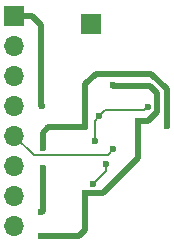
<source format=gbr>
%TF.GenerationSoftware,KiCad,Pcbnew,9.0.0*%
%TF.CreationDate,2025-04-11T10:11:51-04:00*%
%TF.ProjectId,lsm6dso_breakout,6c736d36-6473-46f5-9f62-7265616b6f75,rev?*%
%TF.SameCoordinates,Original*%
%TF.FileFunction,Copper,L2,Bot*%
%TF.FilePolarity,Positive*%
%FSLAX46Y46*%
G04 Gerber Fmt 4.6, Leading zero omitted, Abs format (unit mm)*
G04 Created by KiCad (PCBNEW 9.0.0) date 2025-04-11 10:11:51*
%MOMM*%
%LPD*%
G01*
G04 APERTURE LIST*
%TA.AperFunction,ComponentPad*%
%ADD10R,1.700000X1.700000*%
%TD*%
%TA.AperFunction,ComponentPad*%
%ADD11O,1.700000X1.700000*%
%TD*%
%TA.AperFunction,ViaPad*%
%ADD12C,0.600000*%
%TD*%
%TA.AperFunction,Conductor*%
%ADD13C,0.500000*%
%TD*%
%TA.AperFunction,Conductor*%
%ADD14C,0.200000*%
%TD*%
G04 APERTURE END LIST*
D10*
%TO.P,J2,1,Pin_1*%
%TO.N,+3V3*%
X159278680Y-95678680D03*
%TD*%
%TO.P,J1,1,Pin_1*%
%TO.N,VCC*%
X152778680Y-94978680D03*
D11*
%TO.P,J1,2,Pin_2*%
%TO.N,GND*%
X152778680Y-97518680D03*
%TO.P,J1,3,Pin_3*%
%TO.N,/SCL*%
X152778680Y-100058680D03*
%TO.P,J1,4,Pin_4*%
%TO.N,/SDA*%
X152778680Y-102598680D03*
%TO.P,J1,5,Pin_5*%
%TO.N,/SDX*%
X152778680Y-105138680D03*
%TO.P,J1,6,Pin_6*%
%TO.N,/SCX*%
X152778680Y-107678680D03*
%TO.P,J1,7,Pin_7*%
%TO.N,/SDO*%
X152778680Y-110218680D03*
%TO.P,J1,8,Pin_8*%
%TO.N,/INT1*%
X152778680Y-112758680D03*
%TD*%
D12*
%TO.N,GND*%
X155078680Y-113578680D03*
X158778680Y-110000000D03*
%TO.N,+3V3*%
X155078680Y-111578680D03*
X155200000Y-107878680D03*
X155178680Y-106178680D03*
X158778680Y-104378680D03*
X165678680Y-104300000D03*
%TO.N,GND*%
X163278680Y-103900000D03*
X161150000Y-100850000D03*
%TO.N,+3V3*%
X161800000Y-99878680D03*
%TO.N,VCC*%
X155100000Y-102578680D03*
X155078680Y-100200000D03*
%TO.N,/SDX*%
X161178680Y-106278680D03*
%TO.N,/SDO*%
X160578680Y-107478680D03*
X159478680Y-109178680D03*
%TO.N,/CS*%
X159978680Y-103478680D03*
X159578680Y-105578680D03*
X164078680Y-102678680D03*
%TD*%
D13*
%TO.N,GND*%
X158778680Y-110000000D02*
X158778680Y-113078680D01*
X163278680Y-103900000D02*
X163278680Y-103878680D01*
%TO.N,+3V3*%
X161800000Y-99878680D02*
X161778680Y-99878680D01*
%TO.N,VCC*%
X155078680Y-100200000D02*
X155078680Y-99978680D01*
%TO.N,+3V3*%
X155178680Y-104878680D02*
X155178680Y-106178680D01*
X155678680Y-104378680D02*
X155178680Y-104878680D01*
X158778680Y-104378680D02*
X155678680Y-104378680D01*
X159678680Y-99878680D02*
X161778680Y-99878680D01*
X158778680Y-100778680D02*
X159678680Y-99878680D01*
X158778680Y-104378680D02*
X158778680Y-100778680D01*
%TO.N,VCC*%
X155078680Y-100278680D02*
X155078680Y-100200000D01*
X155078680Y-102578680D02*
X155078680Y-100278680D01*
D14*
%TO.N,/SDX*%
X154418680Y-106778680D02*
X152778680Y-105138680D01*
X160678680Y-106778680D02*
X154418680Y-106778680D01*
X161178680Y-106278680D02*
X160678680Y-106778680D01*
D13*
%TO.N,+3V3*%
X155178680Y-107878680D02*
X155178680Y-111478680D01*
%TO.N,GND*%
X159129680Y-109929680D02*
X159080680Y-109978680D01*
X159080680Y-109978680D02*
X158778680Y-109978680D01*
X158778680Y-109978680D02*
X158778680Y-110000000D01*
X163378680Y-100878680D02*
X164278680Y-100878680D01*
X164078680Y-103878680D02*
X163278680Y-103878680D01*
X164878680Y-101478680D02*
X164878680Y-103078680D01*
X164278680Y-100878680D02*
X164878680Y-101478680D01*
X164878680Y-103078680D02*
X164078680Y-103878680D01*
X161178680Y-100878680D02*
X163378680Y-100878680D01*
D14*
%TO.N,/CS*%
X159578680Y-103878680D02*
X159978680Y-103478680D01*
X163778680Y-102978680D02*
X164078680Y-102678680D01*
X160478680Y-102978680D02*
X163778680Y-102978680D01*
X159978680Y-103478680D02*
X160478680Y-102978680D01*
X159578680Y-105578680D02*
X159578680Y-103878680D01*
D13*
%TO.N,+3V3*%
X155178680Y-111478680D02*
X155078680Y-111578680D01*
%TO.N,VCC*%
X155078680Y-99978680D02*
X155078680Y-98478680D01*
%TO.N,GND*%
X160327680Y-109929680D02*
X163278680Y-106978680D01*
X158278680Y-113578680D02*
X158778680Y-113078680D01*
X155078680Y-113578680D02*
X158278680Y-113578680D01*
X163278680Y-106978680D02*
X163278680Y-103900000D01*
X159129680Y-109929680D02*
X160327680Y-109929680D01*
%TO.N,VCC*%
X154278680Y-94978680D02*
X152778680Y-94978680D01*
X155078680Y-98478680D02*
X155078680Y-95778680D01*
X155078680Y-95778680D02*
X154278680Y-94978680D01*
%TO.N,+3V3*%
X165678680Y-104278680D02*
X165678680Y-101178680D01*
X164378680Y-99878680D02*
X161800000Y-99878680D01*
X165678680Y-101178680D02*
X164378680Y-99878680D01*
D14*
%TO.N,/SDO*%
X160578680Y-107478680D02*
X160578680Y-108078680D01*
X160578680Y-108078680D02*
X159478680Y-109178680D01*
%TD*%
M02*

</source>
